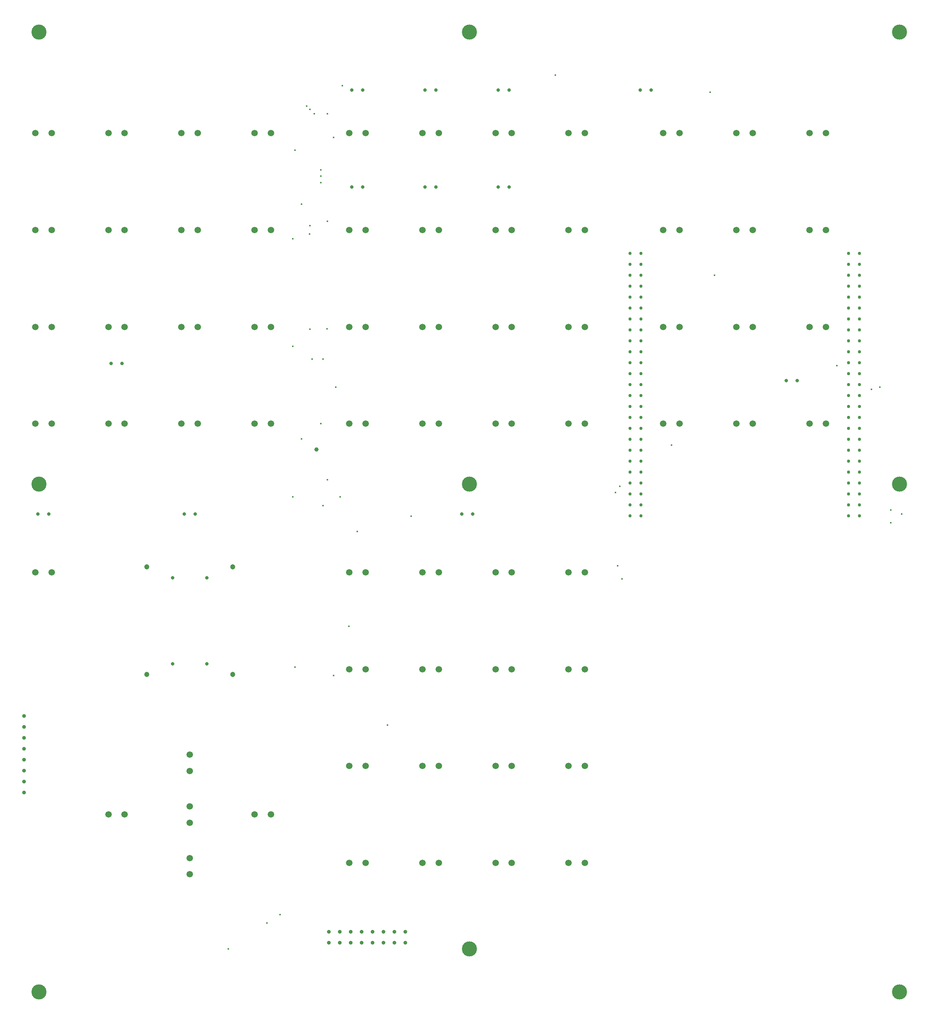
<source format=gbr>
%TF.GenerationSoftware,Altium Limited,Altium Designer,20.2.5 (213)*%
G04 Layer_Color=0*
%FSLAX45Y45*%
%MOMM*%
%TF.SameCoordinates,662F433C-BD6F-4083-8A0F-E7C0AAC1164F*%
%TF.FilePolarity,Positive*%
%TF.FileFunction,Plated,1,2,PTH,Drill*%
%TF.Part,Single*%
G01*
G75*
%TA.AperFunction,ComponentDrill*%
%ADD55C,1.50000*%
%ADD56C,0.80000*%
%ADD57C,0.90000*%
%ADD58C,1.50000*%
%ADD59C,0.76200*%
%ADD60C,0.90000*%
%ADD61C,1.20000*%
%TA.AperFunction,OtherDrill,Free Pad (9mm,228mm)*%
%ADD62C,3.50000*%
%TA.AperFunction,OtherDrill,Free Pad (9mm,123mm)*%
%ADD63C,3.50000*%
%TA.AperFunction,OtherDrill,Free Pad (9mm,5mm)*%
%ADD64C,3.50000*%
%TA.AperFunction,OtherDrill,Free Pad (109mm,228mm)*%
%ADD65C,3.50000*%
%TA.AperFunction,OtherDrill,Free Pad (109mm,123mm)*%
%ADD66C,3.50000*%
%TA.AperFunction,OtherDrill,Free Pad (109mm,15mm)*%
%ADD67C,3.50000*%
%TA.AperFunction,OtherDrill,Free Pad (209mm,5mm)*%
%ADD68C,3.50000*%
%TA.AperFunction,OtherDrill,Free Pad (209mm,123mm)*%
%ADD69C,3.50000*%
%TA.AperFunction,OtherDrill,Free Pad (209mm,228mm)*%
%ADD70C,3.50000*%
%TA.AperFunction,ViaDrill,NotFilled*%
%ADD71C,0.40000*%
%ADD72C,1.00000*%
D55*
X15410001Y20450000D02*
D03*
X15789999D02*
D03*
X18810001Y13700000D02*
D03*
X19189999D02*
D03*
X18810001Y15950000D02*
D03*
X19189999D02*
D03*
X18810001Y18200000D02*
D03*
X19189999D02*
D03*
X18810001Y20450000D02*
D03*
X19189999D02*
D03*
X17110001Y13700000D02*
D03*
X17489999D02*
D03*
X17110001Y15950000D02*
D03*
X17489999D02*
D03*
X17110001Y18200000D02*
D03*
X17489999D02*
D03*
X17110001Y20450000D02*
D03*
X17489999D02*
D03*
X15410001Y13700000D02*
D03*
X15789999D02*
D03*
X15410001Y15950000D02*
D03*
X15789999D02*
D03*
X15410001Y18200000D02*
D03*
X15789999D02*
D03*
X13210001Y13700000D02*
D03*
X13589999D02*
D03*
X11510000D02*
D03*
X11890000D02*
D03*
X9810000D02*
D03*
X10190000D02*
D03*
X8110000D02*
D03*
X8490000D02*
D03*
X13210001Y15950000D02*
D03*
X13589999D02*
D03*
X11510000D02*
D03*
X11890000D02*
D03*
X9810000D02*
D03*
X10190000D02*
D03*
X8110000D02*
D03*
X8490000D02*
D03*
X13210001Y18200000D02*
D03*
X13589999D02*
D03*
X11510000D02*
D03*
X11890000D02*
D03*
X9810000D02*
D03*
X10190000D02*
D03*
X8110000D02*
D03*
X8490000D02*
D03*
X13210001Y20450000D02*
D03*
X13589999D02*
D03*
X11510000D02*
D03*
X11890000D02*
D03*
X9810000D02*
D03*
X10190000D02*
D03*
X8110000D02*
D03*
X8490000D02*
D03*
X13210001Y10250000D02*
D03*
X13589999D02*
D03*
X13210001Y8000000D02*
D03*
X13589999D02*
D03*
X13210001Y5750000D02*
D03*
X13589999D02*
D03*
X13210001Y3500000D02*
D03*
X13589999D02*
D03*
X11510000D02*
D03*
X11890000D02*
D03*
X9810000D02*
D03*
X10190000D02*
D03*
X11510000Y10250000D02*
D03*
X11890000D02*
D03*
X9810000D02*
D03*
X10190000D02*
D03*
X8110000D02*
D03*
X8490000D02*
D03*
X11510000Y8000000D02*
D03*
X11890000D02*
D03*
X9810000D02*
D03*
X10190000D02*
D03*
X8110000D02*
D03*
X8490000D02*
D03*
X11510000Y5750000D02*
D03*
X11890000D02*
D03*
X9810000D02*
D03*
X10190000D02*
D03*
X8110000D02*
D03*
X8490000D02*
D03*
X8110000Y3500000D02*
D03*
X8490000D02*
D03*
X5910000Y4625000D02*
D03*
X6290000D02*
D03*
X2510000D02*
D03*
X2890000D02*
D03*
X810000Y10250000D02*
D03*
X1190000D02*
D03*
X5910000Y13700000D02*
D03*
X6290000D02*
D03*
X4210000D02*
D03*
X4590000D02*
D03*
X2510000D02*
D03*
X2890000D02*
D03*
X810000D02*
D03*
X1190000D02*
D03*
X5910000Y15950000D02*
D03*
X6290000D02*
D03*
X4210000D02*
D03*
X4590000D02*
D03*
X2510000D02*
D03*
X2890000D02*
D03*
X810000D02*
D03*
X1190000D02*
D03*
X5910000Y18200000D02*
D03*
X6290000D02*
D03*
X4210000D02*
D03*
X4590000D02*
D03*
X2510000D02*
D03*
X2890000D02*
D03*
X810000D02*
D03*
X1190000D02*
D03*
X5910000Y20450000D02*
D03*
X6290000D02*
D03*
X4210000D02*
D03*
X4590000D02*
D03*
X2510000D02*
D03*
X2890000D02*
D03*
X810000D02*
D03*
X1190000D02*
D03*
D56*
X2827000Y15100000D02*
D03*
X2573000D02*
D03*
X10977000Y11600000D02*
D03*
X10723000D02*
D03*
X4527000D02*
D03*
X4273000D02*
D03*
X1127000D02*
D03*
X873000D02*
D03*
X18527000Y14700000D02*
D03*
X18273000D02*
D03*
X11827000Y19200000D02*
D03*
X11573000D02*
D03*
X10127000D02*
D03*
X9873000D02*
D03*
X8427000D02*
D03*
X8173000D02*
D03*
X15127000Y21450000D02*
D03*
X14873000D02*
D03*
X11827000D02*
D03*
X11573000D02*
D03*
X10127000D02*
D03*
X9873000D02*
D03*
X8427000D02*
D03*
X8173000D02*
D03*
X4800000Y8125000D02*
D03*
X4000000D02*
D03*
X4800000Y10125000D02*
D03*
X4000000D02*
D03*
D57*
X9416000Y1650000D02*
D03*
Y1904000D02*
D03*
X9162000Y1650000D02*
D03*
Y1904000D02*
D03*
X8908000Y1650000D02*
D03*
Y1904000D02*
D03*
X8654000Y1650000D02*
D03*
Y1904000D02*
D03*
X8400000Y1650000D02*
D03*
Y1904000D02*
D03*
X8146000Y1650000D02*
D03*
Y1904000D02*
D03*
X7892000Y1650000D02*
D03*
Y1904000D02*
D03*
X7638000Y1650000D02*
D03*
Y1904000D02*
D03*
D58*
X4400008Y4435000D02*
D03*
Y4815000D02*
D03*
X4400000Y3235000D02*
D03*
Y3615000D02*
D03*
Y5635000D02*
D03*
Y6015000D02*
D03*
D59*
X19967999Y17656000D02*
D03*
X19714000D02*
D03*
X19967999Y17402000D02*
D03*
X19714000D02*
D03*
X19967999Y17148000D02*
D03*
X19714000D02*
D03*
X19967999Y16894000D02*
D03*
X19714000D02*
D03*
X19967999Y16639999D02*
D03*
X19714000D02*
D03*
X19967999Y16386000D02*
D03*
X19714000D02*
D03*
X19967999Y16132001D02*
D03*
X19714000D02*
D03*
X19967999Y15878000D02*
D03*
X19714000D02*
D03*
X19967999Y15624001D02*
D03*
X19714000D02*
D03*
X19967999Y15370000D02*
D03*
X19714000D02*
D03*
X19967999Y15116000D02*
D03*
X19714000D02*
D03*
X19967999Y14862000D02*
D03*
X19714000D02*
D03*
X19967999Y14608000D02*
D03*
X19714000D02*
D03*
X19967999Y14353999D02*
D03*
X19714000D02*
D03*
X19967999Y14100000D02*
D03*
X19714000D02*
D03*
X19967999Y13846001D02*
D03*
X19714000D02*
D03*
X19967999Y13592000D02*
D03*
X19714000D02*
D03*
X19967999Y13338000D02*
D03*
X19714000D02*
D03*
X19967999Y13084000D02*
D03*
X19714000D02*
D03*
X19967999Y12830000D02*
D03*
X19714000D02*
D03*
X19967999Y12576000D02*
D03*
X19714000D02*
D03*
X19967999Y12322000D02*
D03*
X19714000D02*
D03*
X19967999Y12068000D02*
D03*
X19714000D02*
D03*
X19967999Y11814000D02*
D03*
X19714000D02*
D03*
X19967999Y11560000D02*
D03*
X19714000D02*
D03*
X14888000Y17656000D02*
D03*
X14634000D02*
D03*
X14888000Y17402000D02*
D03*
X14634000D02*
D03*
X14888000Y17148000D02*
D03*
X14634000D02*
D03*
X14888000Y16894000D02*
D03*
X14634000D02*
D03*
X14888000Y16639999D02*
D03*
X14634000D02*
D03*
X14888000Y16386000D02*
D03*
X14634000D02*
D03*
X14888000Y16132001D02*
D03*
X14634000D02*
D03*
X14888000Y15878000D02*
D03*
X14634000D02*
D03*
X14888000Y15624001D02*
D03*
X14634000D02*
D03*
X14888000Y15370000D02*
D03*
X14634000D02*
D03*
X14888000Y15116000D02*
D03*
X14634000D02*
D03*
X14888000Y14862000D02*
D03*
X14634000D02*
D03*
X14888000Y14608000D02*
D03*
X14634000D02*
D03*
X14888000Y14353999D02*
D03*
X14634000D02*
D03*
X14888000Y14100000D02*
D03*
X14634000D02*
D03*
X14888000Y13846001D02*
D03*
X14634000D02*
D03*
X14888000Y13592000D02*
D03*
X14634000D02*
D03*
X14888000Y13338000D02*
D03*
X14634000D02*
D03*
X14888000Y13084000D02*
D03*
X14634000D02*
D03*
X14888000Y12830000D02*
D03*
X14634000D02*
D03*
X14888000Y12576000D02*
D03*
X14634000D02*
D03*
X14888000Y12322000D02*
D03*
X14634000D02*
D03*
X14888000Y12068000D02*
D03*
X14634000D02*
D03*
X14888000Y11814000D02*
D03*
X14634000D02*
D03*
X14888000Y11560000D02*
D03*
X14634000D02*
D03*
D60*
X550000Y6912000D02*
D03*
Y6658000D02*
D03*
Y6404000D02*
D03*
Y6150000D02*
D03*
Y5896000D02*
D03*
Y5642000D02*
D03*
Y5388000D02*
D03*
Y5134000D02*
D03*
D61*
X5400000Y10375000D02*
D03*
X3400000D02*
D03*
X5400000Y7875000D02*
D03*
X3400000D02*
D03*
D62*
X900000Y22800000D02*
D03*
D63*
Y12300000D02*
D03*
D64*
Y500000D02*
D03*
D65*
X10900000Y22800000D02*
D03*
D66*
Y12300000D02*
D03*
D67*
Y1500000D02*
D03*
D68*
X20900000Y500000D02*
D03*
D69*
Y12300000D02*
D03*
D70*
Y22800000D02*
D03*
D71*
X19450000Y15050000D02*
D03*
X16500000Y21400000D02*
D03*
X16600000Y17150000D02*
D03*
X7000000Y13350000D02*
D03*
X15600000Y13200000D02*
D03*
X12900000Y21800000D02*
D03*
X7950000Y21550000D02*
D03*
X7449985Y19599960D02*
D03*
X7450000Y19450000D02*
D03*
Y19300000D02*
D03*
X14400000Y12250000D02*
D03*
X14300000Y12100000D02*
D03*
X14450000Y10100000D02*
D03*
X14350000Y10400000D02*
D03*
X6850000Y8050000D02*
D03*
X20700000Y11700000D02*
D03*
X7750000Y7850000D02*
D03*
X7900000Y12000000D02*
D03*
X20450000Y14550000D02*
D03*
X9000000Y6700000D02*
D03*
X9550000Y11550000D02*
D03*
X8100000Y9000000D02*
D03*
X8300000Y11200000D02*
D03*
X7450000Y13700000D02*
D03*
X7750000Y20350000D02*
D03*
X7800000Y14550000D02*
D03*
X20250000Y14500000D02*
D03*
X20950000Y11600000D02*
D03*
X20700000Y11400000D02*
D03*
X6800000Y18000000D02*
D03*
Y15500000D02*
D03*
Y12000000D02*
D03*
X5300000Y1500000D02*
D03*
X6850000Y20050000D02*
D03*
X7195250Y15895250D02*
D03*
X7500000Y15200000D02*
D03*
X7250000D02*
D03*
X7000000Y18800000D02*
D03*
X7190128Y18105206D02*
D03*
X7200000Y18300000D02*
D03*
X7597289Y15902711D02*
D03*
X7600000Y18400000D02*
D03*
Y12400000D02*
D03*
X6200000Y2100000D02*
D03*
X7600000Y20900000D02*
D03*
X6500000Y2300000D02*
D03*
X7500000Y11800000D02*
D03*
X7120000Y21075497D02*
D03*
X7200000Y21000000D02*
D03*
X7300000Y20900000D02*
D03*
D72*
X7350000Y13100000D02*
D03*
%TF.MD5,ab4be1aeeb16ad242851d0abbae1cde9*%
M02*

</source>
